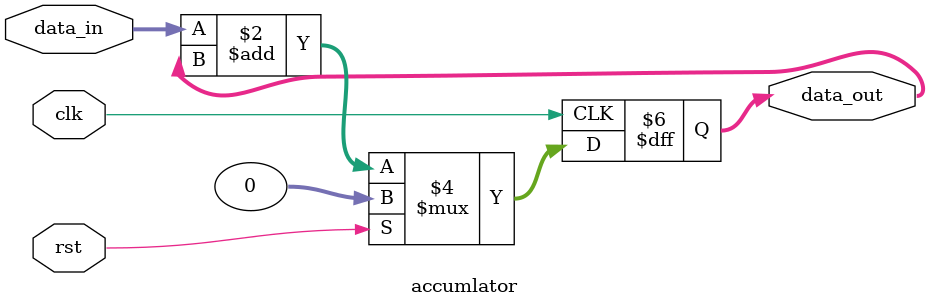
<source format=v>
`timescale 1ns / 1ps
module accumlator( input clk,rst,input [31:0] data_in, output reg[31:0] data_out 
    );


always @(posedge clk)
begin
     if(rst)
	     data_out<=32'd0;
		  
		else
       data_out<=data_in + data_out;		

end 




endmodule

</source>
